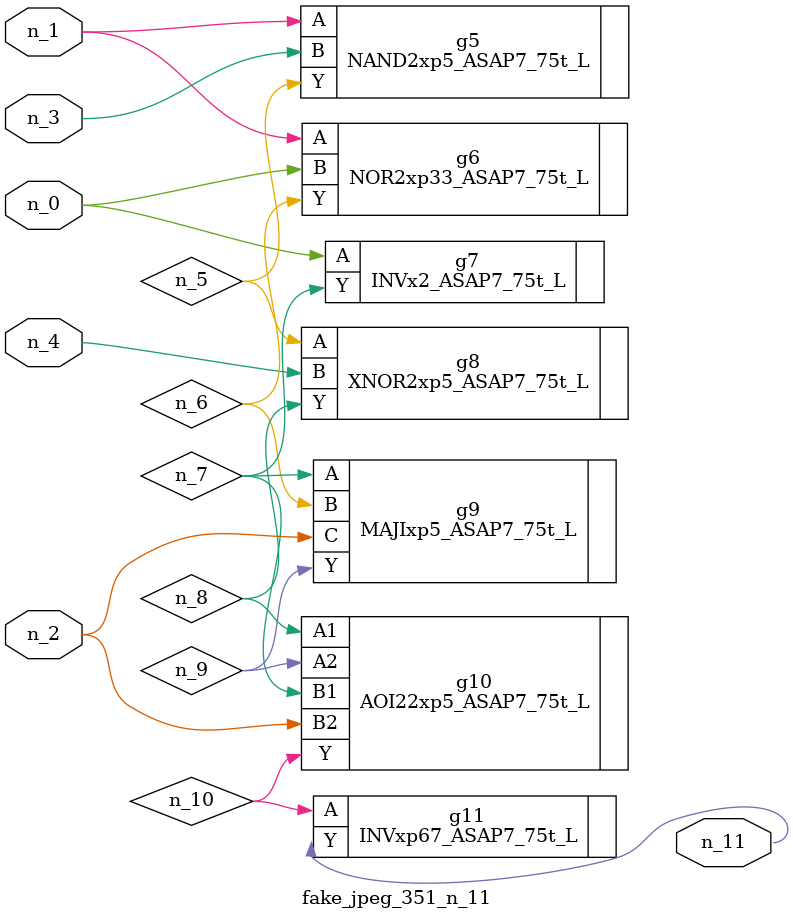
<source format=v>
module fake_jpeg_351_n_11 (n_3, n_2, n_1, n_0, n_4, n_11);

input n_3;
input n_2;
input n_1;
input n_0;
input n_4;

output n_11;

wire n_10;
wire n_8;
wire n_9;
wire n_6;
wire n_5;
wire n_7;

NAND2xp5_ASAP7_75t_L g5 ( 
.A(n_1),
.B(n_3),
.Y(n_5)
);

NOR2xp33_ASAP7_75t_L g6 ( 
.A(n_1),
.B(n_0),
.Y(n_6)
);

INVx2_ASAP7_75t_L g7 ( 
.A(n_0),
.Y(n_7)
);

XNOR2xp5_ASAP7_75t_L g8 ( 
.A(n_5),
.B(n_4),
.Y(n_8)
);

AOI22xp5_ASAP7_75t_L g10 ( 
.A1(n_8),
.A2(n_9),
.B1(n_7),
.B2(n_2),
.Y(n_10)
);

MAJIxp5_ASAP7_75t_L g9 ( 
.A(n_7),
.B(n_6),
.C(n_2),
.Y(n_9)
);

INVxp67_ASAP7_75t_L g11 ( 
.A(n_10),
.Y(n_11)
);


endmodule
</source>
